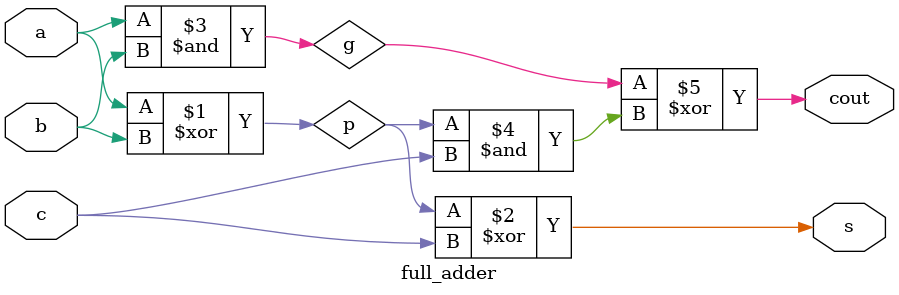
<source format=v>
`timescale 1ns/1ps

module full_adder(
  input  a,
  input  b,
  input  c,  
  output s,
  output cout
);

   wire  p;
   wire  g;
   
  
   assign p = a ^ b;
   assign s = p ^ c;
   assign g = a & b;
   assign cout = g ^ (p & c);
   

endmodule

</source>
